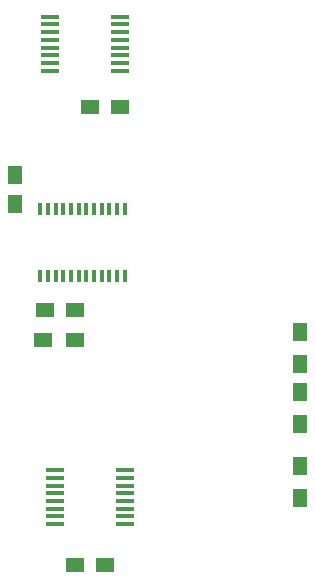
<source format=gbr>
%TF.GenerationSoftware,KiCad,Pcbnew,(5.1.9)-1*%
%TF.CreationDate,2021-06-08T22:15:24-04:00*%
%TF.ProjectId,AtariWiiWifi,41746172-6957-4696-9957-6966692e6b69,rev?*%
%TF.SameCoordinates,Original*%
%TF.FileFunction,Paste,Top*%
%TF.FilePolarity,Positive*%
%FSLAX46Y46*%
G04 Gerber Fmt 4.6, Leading zero omitted, Abs format (unit mm)*
G04 Created by KiCad (PCBNEW (5.1.9)-1) date 2021-06-08 22:15:24*
%MOMM*%
%LPD*%
G01*
G04 APERTURE LIST*
%ADD10R,1.250000X1.500000*%
%ADD11R,1.500000X1.300000*%
%ADD12R,1.300000X1.500000*%
%ADD13R,0.400000X1.100000*%
%ADD14R,1.500000X0.450000*%
%ADD15R,1.500000X1.250000*%
G04 APERTURE END LIST*
D10*
%TO.C,C1*%
X135890000Y-87015000D03*
X135890000Y-89515000D03*
%TD*%
D11*
%TO.C,R1*%
X140970000Y-100965000D03*
X138270000Y-100965000D03*
%TD*%
D12*
%TO.C,R2*%
X160020000Y-103030000D03*
X160020000Y-100330000D03*
%TD*%
%TO.C,R3*%
X160020000Y-111680000D03*
X160020000Y-114380000D03*
%TD*%
%TO.C,R4*%
X160020000Y-105410000D03*
X160020000Y-108110000D03*
%TD*%
D13*
%TO.C,U1*%
X138030000Y-89860000D03*
X138680000Y-89860000D03*
X139330000Y-89860000D03*
X139980000Y-89860000D03*
X140630000Y-89860000D03*
X141280000Y-89860000D03*
X141930000Y-89860000D03*
X142580000Y-89860000D03*
X143230000Y-89860000D03*
X143880000Y-89860000D03*
X144530000Y-89860000D03*
X145180000Y-89860000D03*
X145180000Y-95560000D03*
X144530000Y-95560000D03*
X143880000Y-95560000D03*
X143230000Y-95560000D03*
X142580000Y-95560000D03*
X141930000Y-95560000D03*
X141280000Y-95560000D03*
X140630000Y-95560000D03*
X139980000Y-95560000D03*
X139330000Y-95560000D03*
X138680000Y-95560000D03*
X138030000Y-95560000D03*
%TD*%
D14*
%TO.C,U2*%
X138880000Y-73630000D03*
X138880000Y-74280000D03*
X138880000Y-74930000D03*
X138880000Y-75580000D03*
X138880000Y-76230000D03*
X138880000Y-76880000D03*
X138880000Y-77530000D03*
X138880000Y-78180000D03*
X144780000Y-78180000D03*
X144780000Y-77530000D03*
X144780000Y-76880000D03*
X144780000Y-76230000D03*
X144780000Y-75580000D03*
X144780000Y-74930000D03*
X144780000Y-74280000D03*
X144780000Y-73630000D03*
%TD*%
%TO.C,U3*%
X145190000Y-112025000D03*
X145190000Y-112675000D03*
X145190000Y-113325000D03*
X145190000Y-113975000D03*
X145190000Y-114625000D03*
X145190000Y-115275000D03*
X145190000Y-115925000D03*
X145190000Y-116575000D03*
X139290000Y-116575000D03*
X139290000Y-115925000D03*
X139290000Y-115275000D03*
X139290000Y-114625000D03*
X139290000Y-113975000D03*
X139290000Y-113325000D03*
X139290000Y-112675000D03*
X139290000Y-112025000D03*
%TD*%
D15*
%TO.C,C2*%
X140990000Y-120015000D03*
X143490000Y-120015000D03*
%TD*%
%TO.C,C3*%
X140950000Y-98425000D03*
X138450000Y-98425000D03*
%TD*%
%TO.C,C4*%
X142260000Y-81280000D03*
X144760000Y-81280000D03*
%TD*%
M02*

</source>
